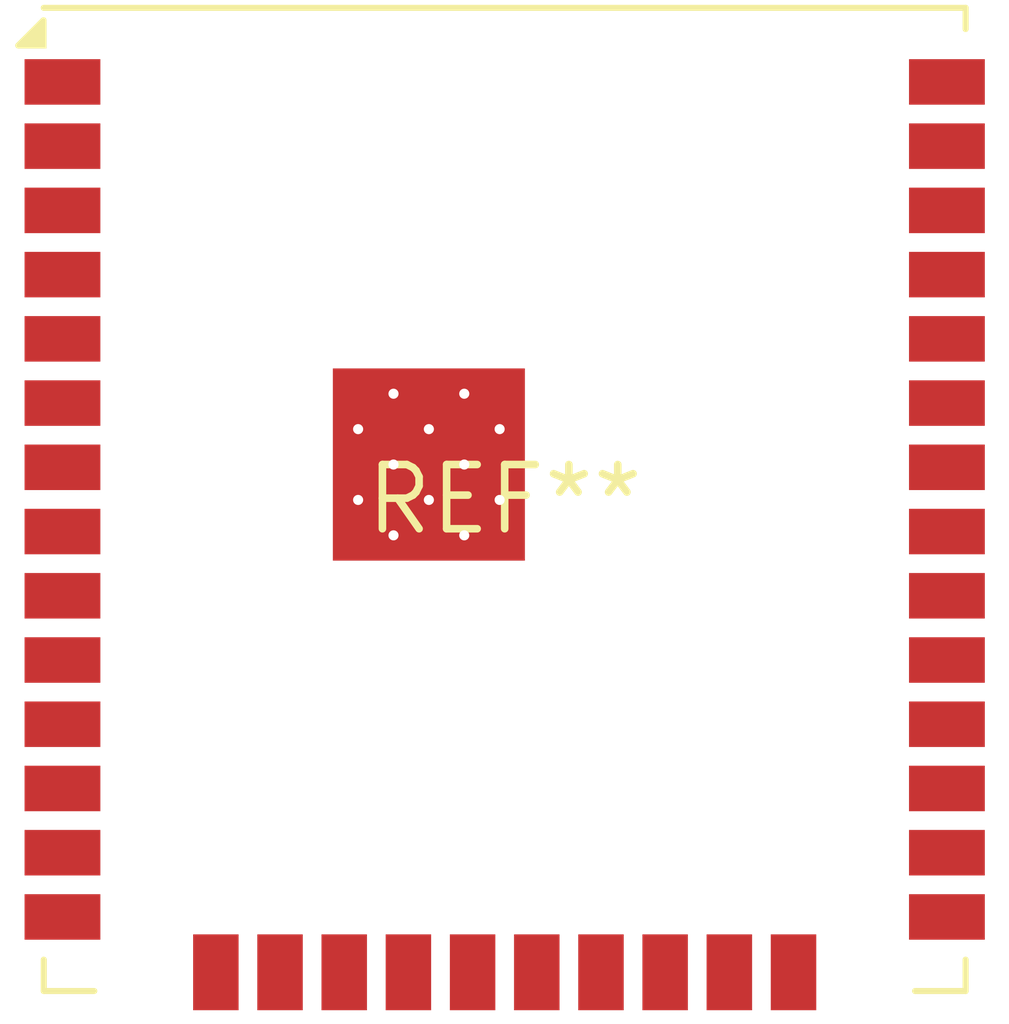
<source format=kicad_pcb>
(kicad_pcb (version 20240108) (generator pcbnew)
  (layers (0 "F.Cu" signal) (31 "B.Cu" signal) (34 "B.Paste" user) (35 "F.Paste" user) (36 "B.SilkS" user "B.Silkscreen") (37 "F.SilkS" user "F.Silkscreen") (38 "B.Mask" user) (39 "F.Mask" user) (44 "Edge.Cuts" user))
  (net 0 "")
  (footprint "ESP32-WROOM-32U" (layer "F.Cu") (at 0 0)
    (property "Reference" "REF**")
    (property "Value" "ESP32-WROOM-32U")
    (fp_line (start -9.12 -9.72) (end 9.12 -9.72) (layer "F.SilkS") (stroke (width 0.12)))
    (fp_line (start -9.12 9.1) (end -9.12 9.72) (layer "F.SilkS") (stroke (width 0.12)))
    (fp_line (start -9.12 9.72) (end -8.12 9.72) (layer "F.SilkS") (stroke (width 0.12)))
    (fp_line (start 9.12 -9.72) (end 9.12 -9.3) (layer "F.SilkS") (stroke (width 0.12)))
    (fp_line (start 9.12 9.1) (end 9.12 9.72) (layer "F.SilkS") (stroke (width 0.12)))
    (fp_line (start 9.12 9.72) (end 8.12 9.72) (layer "F.SilkS") (stroke (width 0.12)))
    (fp_poly (pts (xy -9.125 -8.975) (xy -9.625 -8.975) (xy -9.125 -9.475) (xy -9.125 -8.975)) (layer "F.SilkS") (stroke (width 0.12)) (fill solid))
    (pad "1" smd rect (at -8.75 -8.255) (size 1.5 0.9) (layers "F.Cu" "F.Paste" "F.Mask"))
    (pad "2" smd rect (at -8.75 -6.985) (size 1.5 0.9) (layers "F.Cu" "F.Paste" "F.Mask"))
    (pad "3" smd rect (at -8.75 -5.715) (size 1.5 0.9) (layers "F.Cu" "F.Paste" "F.Mask"))
    (pad "4" smd rect (at -8.75 -4.445) (size 1.5 0.9) (layers "F.Cu" "F.Paste" "F.Mask"))
    (pad "5" smd rect (at -8.75 -3.175) (size 1.5 0.9) (layers "F.Cu" "F.Paste" "F.Mask"))
    (pad "6" smd rect (at -8.75 -1.905) (size 1.5 0.9) (layers "F.Cu" "F.Paste" "F.Mask"))
    (pad "7" smd rect (at -8.75 -0.635) (size 1.5 0.9) (layers "F.Cu" "F.Paste" "F.Mask"))
    (pad "8" smd rect (at -8.75 0.635) (size 1.5 0.9) (layers "F.Cu" "F.Paste" "F.Mask"))
    (pad "9" smd rect (at -8.75 1.905) (size 1.5 0.9) (layers "F.Cu" "F.Paste" "F.Mask"))
    (pad "10" smd rect (at -8.75 3.175) (size 1.5 0.9) (layers "F.Cu" "F.Paste" "F.Mask"))
    (pad "11" smd rect (at -8.75 4.445) (size 1.5 0.9) (layers "F.Cu" "F.Paste" "F.Mask"))
    (pad "12" smd rect (at -8.75 5.715) (size 1.5 0.9) (layers "F.Cu" "F.Paste" "F.Mask"))
    (pad "13" smd rect (at -8.75 6.985) (size 1.5 0.9) (layers "F.Cu" "F.Paste" "F.Mask"))
    (pad "14" smd rect (at -8.75 8.255) (size 1.5 0.9) (layers "F.Cu" "F.Paste" "F.Mask"))
    (pad "15" smd rect (at -5.715 9.35 90) (size 1.5 0.9) (layers "F.Cu" "F.Paste" "F.Mask"))
    (pad "16" smd rect (at -4.445 9.35 90) (size 1.5 0.9) (layers "F.Cu" "F.Paste" "F.Mask"))
    (pad "17" smd rect (at -3.175 9.35 90) (size 1.5 0.9) (layers "F.Cu" "F.Paste" "F.Mask"))
    (pad "18" smd rect (at -1.905 9.35 90) (size 1.5 0.9) (layers "F.Cu" "F.Paste" "F.Mask"))
    (pad "19" smd rect (at -0.635 9.35 90) (size 1.5 0.9) (layers "F.Cu" "F.Paste" "F.Mask"))
    (pad "20" smd rect (at 0.635 9.35 90) (size 1.5 0.9) (layers "F.Cu" "F.Paste" "F.Mask"))
    (pad "21" smd rect (at 1.905 9.35 90) (size 1.5 0.9) (layers "F.Cu" "F.Paste" "F.Mask"))
    (pad "22" smd rect (at 3.175 9.35 90) (size 1.5 0.9) (layers "F.Cu" "F.Paste" "F.Mask"))
    (pad "23" smd rect (at 4.445 9.35 90) (size 1.5 0.9) (layers "F.Cu" "F.Paste" "F.Mask"))
    (pad "24" smd rect (at 5.715 9.35 90) (size 1.5 0.9) (layers "F.Cu" "F.Paste" "F.Mask"))
    (pad "25" smd rect (at 8.75 8.255) (size 1.5 0.9) (layers "F.Cu" "F.Paste" "F.Mask"))
    (pad "26" smd rect (at 8.75 6.985) (size 1.5 0.9) (layers "F.Cu" "F.Paste" "F.Mask"))
    (pad "27" smd rect (at 8.75 5.715) (size 1.5 0.9) (layers "F.Cu" "F.Paste" "F.Mask"))
    (pad "28" smd rect (at 8.75 4.445) (size 1.5 0.9) (layers "F.Cu" "F.Paste" "F.Mask"))
    (pad "29" smd rect (at 8.75 3.175) (size 1.5 0.9) (layers "F.Cu" "F.Paste" "F.Mask"))
    (pad "30" smd rect (at 8.75 1.905) (size 1.5 0.9) (layers "F.Cu" "F.Paste" "F.Mask"))
    (pad "31" smd rect (at 8.75 0.635) (size 1.5 0.9) (layers "F.Cu" "F.Paste" "F.Mask"))
    (pad "32" smd rect (at 8.75 -0.635) (size 1.5 0.9) (layers "F.Cu" "F.Paste" "F.Mask"))
    (pad "33" smd rect (at 8.75 -1.905) (size 1.5 0.9) (layers "F.Cu" "F.Paste" "F.Mask"))
    (pad "34" smd rect (at 8.75 -3.175) (size 1.5 0.9) (layers "F.Cu" "F.Paste" "F.Mask"))
    (pad "35" smd rect (at 8.75 -4.445) (size 1.5 0.9) (layers "F.Cu" "F.Paste" "F.Mask"))
    (pad "36" smd rect (at 8.75 -5.715) (size 1.5 0.9) (layers "F.Cu" "F.Paste" "F.Mask"))
    (pad "37" smd rect (at 8.75 -6.985) (size 1.5 0.9) (layers "F.Cu" "F.Paste" "F.Mask"))
    (pad "38" smd rect (at 8.75 -8.255) (size 1.5 0.9) (layers "F.Cu" "F.Paste" "F.Mask"))
    (pad "39" smd rect (at -2.9 -2.09) (size 0.9 0.9) (layers "F.Cu" "F.Paste"))
    (pad "39" thru_hole circle (at -2.9 -1.39) (size 0.6 0.6) (drill 0.2) (property pad_prop_heatsink) (layers *.Cu "F.Mask") (remove_unused_layers))
    (pad "39" smd rect (at -2.9 -0.69) (size 0.9 0.9) (layers "F.Cu" "F.Paste"))
    (pad "39" thru_hole circle (at -2.9 0.01) (size 0.6 0.6) (drill 0.2) (property pad_prop_heatsink) (layers *.Cu "F.Mask") (remove_unused_layers))
    (pad "39" smd rect (at -2.9 0.71) (size 0.9 0.9) (layers "F.Cu" "F.Paste"))
    (pad "39" thru_hole circle (at -2.2 -2.09) (size 0.6 0.6) (drill 0.2) (property pad_prop_heatsink) (layers *.Cu "F.Mask") (remove_unused_layers))
    (pad "39" thru_hole circle (at -2.2 -0.69) (size 0.6 0.6) (drill 0.2) (property pad_prop_heatsink) (layers *.Cu "F.Mask") (remove_unused_layers))
    (pad "39" thru_hole circle (at -2.2 0.71) (size 0.6 0.6) (drill 0.2) (property pad_prop_heatsink) (layers *.Cu "F.Mask") (remove_unused_layers))
    (pad "39" smd rect (at -1.5 -2.09) (size 0.9 0.9) (layers "F.Cu" "F.Paste"))
    (pad "39" thru_hole circle (at -1.5 -1.39) (size 0.6 0.6) (drill 0.2) (property pad_prop_heatsink) (layers *.Cu "F.Mask") (remove_unused_layers))
    (pad "39" smd rect (at -1.5 -0.69) (size 0.9 0.9) (layers "F.Cu" "F.Paste"))
    (pad "39" smd rect (at -1.5 -0.69) (size 3.8 3.8) (layers "F.Cu" "F.Mask"))
    (pad "39" thru_hole circle (at -1.5 0.01) (size 0.6 0.6) (drill 0.2) (property pad_prop_heatsink) (layers *.Cu "F.Mask") (remove_unused_layers))
    (pad "39" smd rect (at -1.5 0.71) (size 0.9 0.9) (layers "F.Cu" "F.Paste"))
    (pad "39" thru_hole circle (at -0.8 -2.09) (size 0.6 0.6) (drill 0.2) (property pad_prop_heatsink) (layers *.Cu "F.Mask") (remove_unused_layers))
    (pad "39" thru_hole circle (at -0.8 -0.69) (size 0.6 0.6) (drill 0.2) (property pad_prop_heatsink) (layers *.Cu "F.Mask") (remove_unused_layers))
    (pad "39" thru_hole circle (at -0.8 0.71) (size 0.6 0.6) (drill 0.2) (property pad_prop_heatsink) (layers *.Cu "F.Mask") (remove_unused_layers))
    (pad "39" smd rect (at -0.1 -2.09) (size 0.9 0.9) (layers "F.Cu" "F.Paste"))
    (pad "39" thru_hole circle (at -0.1 -1.39) (size 0.6 0.6) (drill 0.2) (property pad_prop_heatsink) (layers *.Cu "F.Mask") (remove_unused_layers))
    (pad "39" smd rect (at -0.1 -0.69) (size 0.9 0.9) (layers "F.Cu" "F.Paste"))
    (pad "39" thru_hole circle (at -0.1 0.01) (size 0.6 0.6) (drill 0.2) (property pad_prop_heatsink) (layers *.Cu "F.Mask") (remove_unused_layers))
    (pad "39" smd rect (at -0.1 0.71) (size 0.9 0.9) (layers "F.Cu" "F.Paste"))
  )
)
</source>
